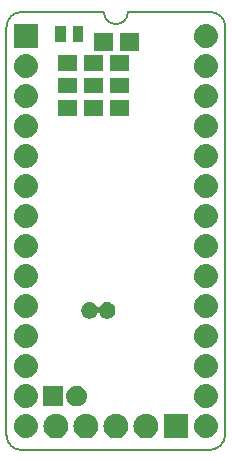
<source format=gbs>
G04 #@! TF.GenerationSoftware,KiCad,Pcbnew,5.0.1-33cea8e~68~ubuntu16.04.1*
G04 #@! TF.CreationDate,2018-11-17T04:31:05+03:00*
G04 #@! TF.ProjectId,ayx,6179782E6B696361645F706362000000,rev?*
G04 #@! TF.SameCoordinates,Original*
G04 #@! TF.FileFunction,Soldermask,Bot*
G04 #@! TF.FilePolarity,Negative*
%FSLAX46Y46*%
G04 Gerber Fmt 4.6, Leading zero omitted, Abs format (unit mm)*
G04 Created by KiCad (PCBNEW 5.0.1-33cea8e~68~ubuntu16.04.1) date Сб 17 ноя 2018 04:31:05*
%MOMM*%
%LPD*%
G01*
G04 APERTURE LIST*
%ADD10C,0.150000*%
%ADD11C,0.100000*%
G04 APERTURE END LIST*
D10*
X146939000Y-84328000D02*
G75*
G03X148971000Y-84328000I1016000J0D01*
G01*
X146939000Y-84328000D02*
X139954000Y-84328000D01*
X155829000Y-121417761D02*
G75*
G03X157226000Y-120142000I0J1402761D01*
G01*
X138684000Y-120142000D02*
G75*
G03X139954000Y-121412000I1270000J0D01*
G01*
X157226000Y-85598000D02*
G75*
G03X155956000Y-84328000I-1270000J0D01*
G01*
X139954000Y-84328000D02*
G75*
G03X138684000Y-85598000I0J-1270000D01*
G01*
X138684000Y-120142000D02*
X138684000Y-85598000D01*
X155829000Y-121412000D02*
X139954000Y-121412000D01*
X157226000Y-85598000D02*
X157226000Y-120142000D01*
X148971000Y-84328000D02*
X155956000Y-84328000D01*
D11*
G36*
X148083707Y-118337596D02*
X148160836Y-118345193D01*
X148292787Y-118385220D01*
X148358763Y-118405233D01*
X148541172Y-118502733D01*
X148701054Y-118633946D01*
X148832267Y-118793828D01*
X148929767Y-118976237D01*
X148949780Y-119042213D01*
X148989807Y-119174164D01*
X149010080Y-119380000D01*
X148989807Y-119585836D01*
X148949780Y-119717787D01*
X148929767Y-119783763D01*
X148832267Y-119966172D01*
X148701054Y-120126054D01*
X148541172Y-120257267D01*
X148358763Y-120354767D01*
X148323281Y-120365530D01*
X148160836Y-120414807D01*
X148083707Y-120422404D01*
X148006580Y-120430000D01*
X147903420Y-120430000D01*
X147826293Y-120422404D01*
X147749164Y-120414807D01*
X147586719Y-120365530D01*
X147551237Y-120354767D01*
X147368828Y-120257267D01*
X147208946Y-120126054D01*
X147077733Y-119966172D01*
X146980233Y-119783763D01*
X146960220Y-119717787D01*
X146920193Y-119585836D01*
X146899920Y-119380000D01*
X146920193Y-119174164D01*
X146960220Y-119042213D01*
X146980233Y-118976237D01*
X147077733Y-118793828D01*
X147208946Y-118633946D01*
X147368828Y-118502733D01*
X147551237Y-118405233D01*
X147617213Y-118385220D01*
X147749164Y-118345193D01*
X147826293Y-118337596D01*
X147903420Y-118330000D01*
X148006580Y-118330000D01*
X148083707Y-118337596D01*
X148083707Y-118337596D01*
G37*
G36*
X150623707Y-118337596D02*
X150700836Y-118345193D01*
X150832787Y-118385220D01*
X150898763Y-118405233D01*
X151081172Y-118502733D01*
X151241054Y-118633946D01*
X151372267Y-118793828D01*
X151469767Y-118976237D01*
X151489780Y-119042213D01*
X151529807Y-119174164D01*
X151550080Y-119380000D01*
X151529807Y-119585836D01*
X151489780Y-119717787D01*
X151469767Y-119783763D01*
X151372267Y-119966172D01*
X151241054Y-120126054D01*
X151081172Y-120257267D01*
X150898763Y-120354767D01*
X150863281Y-120365530D01*
X150700836Y-120414807D01*
X150623707Y-120422404D01*
X150546580Y-120430000D01*
X150443420Y-120430000D01*
X150366293Y-120422404D01*
X150289164Y-120414807D01*
X150126719Y-120365530D01*
X150091237Y-120354767D01*
X149908828Y-120257267D01*
X149748946Y-120126054D01*
X149617733Y-119966172D01*
X149520233Y-119783763D01*
X149500220Y-119717787D01*
X149460193Y-119585836D01*
X149439920Y-119380000D01*
X149460193Y-119174164D01*
X149500220Y-119042213D01*
X149520233Y-118976237D01*
X149617733Y-118793828D01*
X149748946Y-118633946D01*
X149908828Y-118502733D01*
X150091237Y-118405233D01*
X150157213Y-118385220D01*
X150289164Y-118345193D01*
X150366293Y-118337596D01*
X150443420Y-118330000D01*
X150546580Y-118330000D01*
X150623707Y-118337596D01*
X150623707Y-118337596D01*
G37*
G36*
X154085000Y-120430000D02*
X151985000Y-120430000D01*
X151985000Y-118330000D01*
X154085000Y-118330000D01*
X154085000Y-120430000D01*
X154085000Y-120430000D01*
G37*
G36*
X145543707Y-118337596D02*
X145620836Y-118345193D01*
X145752787Y-118385220D01*
X145818763Y-118405233D01*
X146001172Y-118502733D01*
X146161054Y-118633946D01*
X146292267Y-118793828D01*
X146389767Y-118976237D01*
X146409780Y-119042213D01*
X146449807Y-119174164D01*
X146470080Y-119380000D01*
X146449807Y-119585836D01*
X146409780Y-119717787D01*
X146389767Y-119783763D01*
X146292267Y-119966172D01*
X146161054Y-120126054D01*
X146001172Y-120257267D01*
X145818763Y-120354767D01*
X145783281Y-120365530D01*
X145620836Y-120414807D01*
X145543707Y-120422404D01*
X145466580Y-120430000D01*
X145363420Y-120430000D01*
X145286293Y-120422404D01*
X145209164Y-120414807D01*
X145046719Y-120365530D01*
X145011237Y-120354767D01*
X144828828Y-120257267D01*
X144668946Y-120126054D01*
X144537733Y-119966172D01*
X144440233Y-119783763D01*
X144420220Y-119717787D01*
X144380193Y-119585836D01*
X144359920Y-119380000D01*
X144380193Y-119174164D01*
X144420220Y-119042213D01*
X144440233Y-118976237D01*
X144537733Y-118793828D01*
X144668946Y-118633946D01*
X144828828Y-118502733D01*
X145011237Y-118405233D01*
X145077213Y-118385220D01*
X145209164Y-118345193D01*
X145286293Y-118337596D01*
X145363420Y-118330000D01*
X145466580Y-118330000D01*
X145543707Y-118337596D01*
X145543707Y-118337596D01*
G37*
G36*
X143003707Y-118337596D02*
X143080836Y-118345193D01*
X143212787Y-118385220D01*
X143278763Y-118405233D01*
X143461172Y-118502733D01*
X143621054Y-118633946D01*
X143752267Y-118793828D01*
X143849767Y-118976237D01*
X143869780Y-119042213D01*
X143909807Y-119174164D01*
X143930080Y-119380000D01*
X143909807Y-119585836D01*
X143869780Y-119717787D01*
X143849767Y-119783763D01*
X143752267Y-119966172D01*
X143621054Y-120126054D01*
X143461172Y-120257267D01*
X143278763Y-120354767D01*
X143243281Y-120365530D01*
X143080836Y-120414807D01*
X143003707Y-120422404D01*
X142926580Y-120430000D01*
X142823420Y-120430000D01*
X142746293Y-120422404D01*
X142669164Y-120414807D01*
X142506719Y-120365530D01*
X142471237Y-120354767D01*
X142288828Y-120257267D01*
X142128946Y-120126054D01*
X141997733Y-119966172D01*
X141900233Y-119783763D01*
X141880220Y-119717787D01*
X141840193Y-119585836D01*
X141819920Y-119380000D01*
X141840193Y-119174164D01*
X141880220Y-119042213D01*
X141900233Y-118976237D01*
X141997733Y-118793828D01*
X142128946Y-118633946D01*
X142288828Y-118502733D01*
X142471237Y-118405233D01*
X142537213Y-118385220D01*
X142669164Y-118345193D01*
X142746293Y-118337596D01*
X142823420Y-118330000D01*
X142926580Y-118330000D01*
X143003707Y-118337596D01*
X143003707Y-118337596D01*
G37*
G36*
X140531030Y-118394469D02*
X140531033Y-118394470D01*
X140531034Y-118394470D01*
X140719535Y-118451651D01*
X140719537Y-118451652D01*
X140893260Y-118544509D01*
X141045528Y-118669472D01*
X141170491Y-118821740D01*
X141170492Y-118821742D01*
X141263349Y-118995465D01*
X141317557Y-119174166D01*
X141320531Y-119183970D01*
X141339838Y-119380000D01*
X141320531Y-119576030D01*
X141320530Y-119576033D01*
X141320530Y-119576034D01*
X141317557Y-119585836D01*
X141263348Y-119764537D01*
X141170491Y-119938260D01*
X141045528Y-120090528D01*
X140893260Y-120215491D01*
X140893258Y-120215492D01*
X140719535Y-120308349D01*
X140531034Y-120365530D01*
X140531033Y-120365530D01*
X140531030Y-120365531D01*
X140384124Y-120380000D01*
X140285876Y-120380000D01*
X140138970Y-120365531D01*
X140138967Y-120365530D01*
X140138966Y-120365530D01*
X139950465Y-120308349D01*
X139776742Y-120215492D01*
X139776740Y-120215491D01*
X139624472Y-120090528D01*
X139499509Y-119938260D01*
X139406652Y-119764537D01*
X139352444Y-119585836D01*
X139349470Y-119576034D01*
X139349470Y-119576033D01*
X139349469Y-119576030D01*
X139330162Y-119380000D01*
X139349469Y-119183970D01*
X139352443Y-119174166D01*
X139406651Y-118995465D01*
X139499508Y-118821742D01*
X139499509Y-118821740D01*
X139624472Y-118669472D01*
X139776740Y-118544509D01*
X139950463Y-118451652D01*
X139950465Y-118451651D01*
X140138966Y-118394470D01*
X140138967Y-118394470D01*
X140138970Y-118394469D01*
X140285876Y-118380000D01*
X140384124Y-118380000D01*
X140531030Y-118394469D01*
X140531030Y-118394469D01*
G37*
G36*
X155771030Y-118394469D02*
X155771033Y-118394470D01*
X155771034Y-118394470D01*
X155959535Y-118451651D01*
X155959537Y-118451652D01*
X156133260Y-118544509D01*
X156285528Y-118669472D01*
X156410491Y-118821740D01*
X156410492Y-118821742D01*
X156503349Y-118995465D01*
X156557557Y-119174166D01*
X156560531Y-119183970D01*
X156579838Y-119380000D01*
X156560531Y-119576030D01*
X156560530Y-119576033D01*
X156560530Y-119576034D01*
X156557557Y-119585836D01*
X156503348Y-119764537D01*
X156410491Y-119938260D01*
X156285528Y-120090528D01*
X156133260Y-120215491D01*
X156133258Y-120215492D01*
X155959535Y-120308349D01*
X155771034Y-120365530D01*
X155771033Y-120365530D01*
X155771030Y-120365531D01*
X155624124Y-120380000D01*
X155525876Y-120380000D01*
X155378970Y-120365531D01*
X155378967Y-120365530D01*
X155378966Y-120365530D01*
X155190465Y-120308349D01*
X155016742Y-120215492D01*
X155016740Y-120215491D01*
X154864472Y-120090528D01*
X154739509Y-119938260D01*
X154646652Y-119764537D01*
X154592444Y-119585836D01*
X154589470Y-119576034D01*
X154589470Y-119576033D01*
X154589469Y-119576030D01*
X154570162Y-119380000D01*
X154589469Y-119183970D01*
X154592443Y-119174166D01*
X154646651Y-118995465D01*
X154739508Y-118821742D01*
X154739509Y-118821740D01*
X154864472Y-118669472D01*
X155016740Y-118544509D01*
X155190463Y-118451652D01*
X155190465Y-118451651D01*
X155378966Y-118394470D01*
X155378967Y-118394470D01*
X155378970Y-118394469D01*
X155525876Y-118380000D01*
X155624124Y-118380000D01*
X155771030Y-118394469D01*
X155771030Y-118394469D01*
G37*
G36*
X140531030Y-115854469D02*
X140531033Y-115854470D01*
X140531034Y-115854470D01*
X140719535Y-115911651D01*
X140719537Y-115911652D01*
X140893260Y-116004509D01*
X141045528Y-116129472D01*
X141170491Y-116281740D01*
X141170492Y-116281742D01*
X141263349Y-116455465D01*
X141277930Y-116503532D01*
X141320531Y-116643970D01*
X141339838Y-116840000D01*
X141320531Y-117036030D01*
X141263349Y-117224535D01*
X141170491Y-117398260D01*
X141045528Y-117550528D01*
X140893260Y-117675491D01*
X140893258Y-117675492D01*
X140719535Y-117768349D01*
X140531034Y-117825530D01*
X140531033Y-117825530D01*
X140531030Y-117825531D01*
X140384124Y-117840000D01*
X140285876Y-117840000D01*
X140138970Y-117825531D01*
X140138967Y-117825530D01*
X140138966Y-117825530D01*
X139950465Y-117768349D01*
X139776742Y-117675492D01*
X139776740Y-117675491D01*
X139624472Y-117550528D01*
X139499509Y-117398260D01*
X139406651Y-117224535D01*
X139349469Y-117036030D01*
X139330162Y-116840000D01*
X139349469Y-116643970D01*
X139392070Y-116503532D01*
X139406651Y-116455465D01*
X139499508Y-116281742D01*
X139499509Y-116281740D01*
X139624472Y-116129472D01*
X139776740Y-116004509D01*
X139950463Y-115911652D01*
X139950465Y-115911651D01*
X140138966Y-115854470D01*
X140138967Y-115854470D01*
X140138970Y-115854469D01*
X140285876Y-115840000D01*
X140384124Y-115840000D01*
X140531030Y-115854469D01*
X140531030Y-115854469D01*
G37*
G36*
X155771030Y-115854469D02*
X155771033Y-115854470D01*
X155771034Y-115854470D01*
X155959535Y-115911651D01*
X155959537Y-115911652D01*
X156133260Y-116004509D01*
X156285528Y-116129472D01*
X156410491Y-116281740D01*
X156410492Y-116281742D01*
X156503349Y-116455465D01*
X156517930Y-116503532D01*
X156560531Y-116643970D01*
X156579838Y-116840000D01*
X156560531Y-117036030D01*
X156503349Y-117224535D01*
X156410491Y-117398260D01*
X156285528Y-117550528D01*
X156133260Y-117675491D01*
X156133258Y-117675492D01*
X155959535Y-117768349D01*
X155771034Y-117825530D01*
X155771033Y-117825530D01*
X155771030Y-117825531D01*
X155624124Y-117840000D01*
X155525876Y-117840000D01*
X155378970Y-117825531D01*
X155378967Y-117825530D01*
X155378966Y-117825530D01*
X155190465Y-117768349D01*
X155016742Y-117675492D01*
X155016740Y-117675491D01*
X154864472Y-117550528D01*
X154739509Y-117398260D01*
X154646651Y-117224535D01*
X154589469Y-117036030D01*
X154570162Y-116840000D01*
X154589469Y-116643970D01*
X154632070Y-116503532D01*
X154646651Y-116455465D01*
X154739508Y-116281742D01*
X154739509Y-116281740D01*
X154864472Y-116129472D01*
X155016740Y-116004509D01*
X155190463Y-115911652D01*
X155190465Y-115911651D01*
X155378966Y-115854470D01*
X155378967Y-115854470D01*
X155378970Y-115854469D01*
X155525876Y-115840000D01*
X155624124Y-115840000D01*
X155771030Y-115854469D01*
X155771030Y-115854469D01*
G37*
G36*
X143502600Y-116790880D02*
X143505002Y-116815266D01*
X143512115Y-116838715D01*
X143513082Y-116840524D01*
X143507982Y-116852835D01*
X143502600Y-116889120D01*
X143502600Y-117715000D01*
X141752600Y-117715000D01*
X141752600Y-115965000D01*
X143502600Y-115965000D01*
X143502600Y-116790880D01*
X143502600Y-116790880D01*
G37*
G36*
X144713429Y-115969220D02*
X144799130Y-115977661D01*
X144887635Y-116004509D01*
X144964069Y-116027695D01*
X145014737Y-116054778D01*
X145116076Y-116108944D01*
X145249312Y-116218288D01*
X145358656Y-116351524D01*
X145412822Y-116452863D01*
X145439905Y-116503531D01*
X145439905Y-116503532D01*
X145489939Y-116668470D01*
X145506833Y-116840000D01*
X145489939Y-117011530D01*
X145456583Y-117121489D01*
X145439905Y-117176469D01*
X145414213Y-117224535D01*
X145358656Y-117328476D01*
X145249312Y-117461712D01*
X145116076Y-117571056D01*
X145014737Y-117625222D01*
X144964069Y-117652305D01*
X144909089Y-117668983D01*
X144799130Y-117702339D01*
X144713429Y-117710780D01*
X144670580Y-117715000D01*
X144584620Y-117715000D01*
X144541771Y-117710780D01*
X144456070Y-117702339D01*
X144346111Y-117668983D01*
X144291131Y-117652305D01*
X144240463Y-117625222D01*
X144139124Y-117571056D01*
X144005888Y-117461712D01*
X143896544Y-117328476D01*
X143840987Y-117224535D01*
X143815295Y-117176469D01*
X143798617Y-117121489D01*
X143765261Y-117011530D01*
X143751998Y-116876868D01*
X143747217Y-116852834D01*
X143742118Y-116840524D01*
X143743085Y-116838715D01*
X143751998Y-116803132D01*
X143765261Y-116668472D01*
X143765261Y-116668470D01*
X143815295Y-116503532D01*
X143815295Y-116503531D01*
X143842378Y-116452863D01*
X143896544Y-116351524D01*
X144005888Y-116218288D01*
X144139124Y-116108944D01*
X144240463Y-116054778D01*
X144291131Y-116027695D01*
X144367565Y-116004509D01*
X144456070Y-115977661D01*
X144541771Y-115969220D01*
X144584620Y-115965000D01*
X144670580Y-115965000D01*
X144713429Y-115969220D01*
X144713429Y-115969220D01*
G37*
G36*
X155771030Y-113314469D02*
X155771033Y-113314470D01*
X155771034Y-113314470D01*
X155959535Y-113371651D01*
X155959537Y-113371652D01*
X156133260Y-113464509D01*
X156285528Y-113589472D01*
X156410491Y-113741740D01*
X156503348Y-113915463D01*
X156560531Y-114103970D01*
X156579838Y-114300000D01*
X156560531Y-114496030D01*
X156503348Y-114684537D01*
X156410491Y-114858260D01*
X156285528Y-115010528D01*
X156133260Y-115135491D01*
X156133258Y-115135492D01*
X155959535Y-115228349D01*
X155771034Y-115285530D01*
X155771033Y-115285530D01*
X155771030Y-115285531D01*
X155624124Y-115300000D01*
X155525876Y-115300000D01*
X155378970Y-115285531D01*
X155378967Y-115285530D01*
X155378966Y-115285530D01*
X155190465Y-115228349D01*
X155016742Y-115135492D01*
X155016740Y-115135491D01*
X154864472Y-115010528D01*
X154739509Y-114858260D01*
X154646652Y-114684537D01*
X154589469Y-114496030D01*
X154570162Y-114300000D01*
X154589469Y-114103970D01*
X154646652Y-113915463D01*
X154739509Y-113741740D01*
X154864472Y-113589472D01*
X155016740Y-113464509D01*
X155190463Y-113371652D01*
X155190465Y-113371651D01*
X155378966Y-113314470D01*
X155378967Y-113314470D01*
X155378970Y-113314469D01*
X155525876Y-113300000D01*
X155624124Y-113300000D01*
X155771030Y-113314469D01*
X155771030Y-113314469D01*
G37*
G36*
X140531030Y-113314469D02*
X140531033Y-113314470D01*
X140531034Y-113314470D01*
X140719535Y-113371651D01*
X140719537Y-113371652D01*
X140893260Y-113464509D01*
X141045528Y-113589472D01*
X141170491Y-113741740D01*
X141263348Y-113915463D01*
X141320531Y-114103970D01*
X141339838Y-114300000D01*
X141320531Y-114496030D01*
X141263348Y-114684537D01*
X141170491Y-114858260D01*
X141045528Y-115010528D01*
X140893260Y-115135491D01*
X140893258Y-115135492D01*
X140719535Y-115228349D01*
X140531034Y-115285530D01*
X140531033Y-115285530D01*
X140531030Y-115285531D01*
X140384124Y-115300000D01*
X140285876Y-115300000D01*
X140138970Y-115285531D01*
X140138967Y-115285530D01*
X140138966Y-115285530D01*
X139950465Y-115228349D01*
X139776742Y-115135492D01*
X139776740Y-115135491D01*
X139624472Y-115010528D01*
X139499509Y-114858260D01*
X139406652Y-114684537D01*
X139349469Y-114496030D01*
X139330162Y-114300000D01*
X139349469Y-114103970D01*
X139406652Y-113915463D01*
X139499509Y-113741740D01*
X139624472Y-113589472D01*
X139776740Y-113464509D01*
X139950463Y-113371652D01*
X139950465Y-113371651D01*
X140138966Y-113314470D01*
X140138967Y-113314470D01*
X140138970Y-113314469D01*
X140285876Y-113300000D01*
X140384124Y-113300000D01*
X140531030Y-113314469D01*
X140531030Y-113314469D01*
G37*
G36*
X140531030Y-110774469D02*
X140531033Y-110774470D01*
X140531034Y-110774470D01*
X140719535Y-110831651D01*
X140719537Y-110831652D01*
X140893260Y-110924509D01*
X141045528Y-111049472D01*
X141170491Y-111201740D01*
X141263348Y-111375463D01*
X141320531Y-111563970D01*
X141339838Y-111760000D01*
X141320531Y-111956030D01*
X141263348Y-112144537D01*
X141170491Y-112318260D01*
X141045528Y-112470528D01*
X140893260Y-112595491D01*
X140893258Y-112595492D01*
X140719535Y-112688349D01*
X140531034Y-112745530D01*
X140531033Y-112745530D01*
X140531030Y-112745531D01*
X140384124Y-112760000D01*
X140285876Y-112760000D01*
X140138970Y-112745531D01*
X140138967Y-112745530D01*
X140138966Y-112745530D01*
X139950465Y-112688349D01*
X139776742Y-112595492D01*
X139776740Y-112595491D01*
X139624472Y-112470528D01*
X139499509Y-112318260D01*
X139406652Y-112144537D01*
X139349469Y-111956030D01*
X139330162Y-111760000D01*
X139349469Y-111563970D01*
X139406652Y-111375463D01*
X139499509Y-111201740D01*
X139624472Y-111049472D01*
X139776740Y-110924509D01*
X139950463Y-110831652D01*
X139950465Y-110831651D01*
X140138966Y-110774470D01*
X140138967Y-110774470D01*
X140138970Y-110774469D01*
X140285876Y-110760000D01*
X140384124Y-110760000D01*
X140531030Y-110774469D01*
X140531030Y-110774469D01*
G37*
G36*
X155771030Y-110774469D02*
X155771033Y-110774470D01*
X155771034Y-110774470D01*
X155959535Y-110831651D01*
X155959537Y-110831652D01*
X156133260Y-110924509D01*
X156285528Y-111049472D01*
X156410491Y-111201740D01*
X156503348Y-111375463D01*
X156560531Y-111563970D01*
X156579838Y-111760000D01*
X156560531Y-111956030D01*
X156503348Y-112144537D01*
X156410491Y-112318260D01*
X156285528Y-112470528D01*
X156133260Y-112595491D01*
X156133258Y-112595492D01*
X155959535Y-112688349D01*
X155771034Y-112745530D01*
X155771033Y-112745530D01*
X155771030Y-112745531D01*
X155624124Y-112760000D01*
X155525876Y-112760000D01*
X155378970Y-112745531D01*
X155378967Y-112745530D01*
X155378966Y-112745530D01*
X155190465Y-112688349D01*
X155016742Y-112595492D01*
X155016740Y-112595491D01*
X154864472Y-112470528D01*
X154739509Y-112318260D01*
X154646652Y-112144537D01*
X154589469Y-111956030D01*
X154570162Y-111760000D01*
X154589469Y-111563970D01*
X154646652Y-111375463D01*
X154739509Y-111201740D01*
X154864472Y-111049472D01*
X155016740Y-110924509D01*
X155190463Y-110831652D01*
X155190465Y-110831651D01*
X155378966Y-110774470D01*
X155378967Y-110774470D01*
X155378970Y-110774469D01*
X155525876Y-110760000D01*
X155624124Y-110760000D01*
X155771030Y-110774469D01*
X155771030Y-110774469D01*
G37*
G36*
X145922583Y-108902500D02*
X146049974Y-108955268D01*
X146152795Y-109023970D01*
X146164625Y-109031875D01*
X146262125Y-109129375D01*
X146338731Y-109244024D01*
X146352915Y-109278266D01*
X146364466Y-109299876D01*
X146380012Y-109318818D01*
X146398954Y-109334364D01*
X146420565Y-109345915D01*
X146444014Y-109353028D01*
X146468400Y-109355430D01*
X146492786Y-109353028D01*
X146516236Y-109345915D01*
X146537846Y-109334364D01*
X146556788Y-109318818D01*
X146572334Y-109299876D01*
X146583885Y-109278266D01*
X146598069Y-109244024D01*
X146674675Y-109129375D01*
X146772175Y-109031875D01*
X146784006Y-109023970D01*
X146886826Y-108955268D01*
X147014217Y-108902500D01*
X147149455Y-108875600D01*
X147287345Y-108875600D01*
X147422583Y-108902500D01*
X147549974Y-108955268D01*
X147652795Y-109023970D01*
X147664625Y-109031875D01*
X147762125Y-109129375D01*
X147838732Y-109244026D01*
X147891500Y-109371417D01*
X147918400Y-109506655D01*
X147918400Y-109644545D01*
X147891500Y-109779783D01*
X147869712Y-109832382D01*
X147838732Y-109907174D01*
X147762126Y-110021824D01*
X147664624Y-110119326D01*
X147549974Y-110195932D01*
X147422583Y-110248700D01*
X147287345Y-110275600D01*
X147149455Y-110275600D01*
X147014217Y-110248700D01*
X146886826Y-110195932D01*
X146772176Y-110119326D01*
X146674674Y-110021824D01*
X146636631Y-109964888D01*
X146598069Y-109907176D01*
X146583885Y-109872934D01*
X146572334Y-109851324D01*
X146556788Y-109832382D01*
X146537846Y-109816836D01*
X146516235Y-109805285D01*
X146492786Y-109798172D01*
X146468400Y-109795770D01*
X146444014Y-109798172D01*
X146420564Y-109805285D01*
X146398954Y-109816836D01*
X146380012Y-109832382D01*
X146364466Y-109851324D01*
X146352915Y-109872934D01*
X146338731Y-109907176D01*
X146300169Y-109964888D01*
X146262126Y-110021824D01*
X146164624Y-110119326D01*
X146049974Y-110195932D01*
X145922583Y-110248700D01*
X145787345Y-110275600D01*
X145649455Y-110275600D01*
X145514217Y-110248700D01*
X145386826Y-110195932D01*
X145272176Y-110119326D01*
X145174674Y-110021824D01*
X145098068Y-109907174D01*
X145067088Y-109832382D01*
X145045300Y-109779783D01*
X145018400Y-109644545D01*
X145018400Y-109506655D01*
X145045300Y-109371417D01*
X145098068Y-109244026D01*
X145174675Y-109129375D01*
X145272175Y-109031875D01*
X145284006Y-109023970D01*
X145386826Y-108955268D01*
X145514217Y-108902500D01*
X145649455Y-108875600D01*
X145787345Y-108875600D01*
X145922583Y-108902500D01*
X145922583Y-108902500D01*
G37*
G36*
X155771030Y-108234469D02*
X155771033Y-108234470D01*
X155771034Y-108234470D01*
X155959535Y-108291651D01*
X155959537Y-108291652D01*
X156133260Y-108384509D01*
X156285528Y-108509472D01*
X156410491Y-108661740D01*
X156410492Y-108661742D01*
X156503349Y-108835465D01*
X156560530Y-109023966D01*
X156560531Y-109023970D01*
X156579838Y-109220000D01*
X156560531Y-109416030D01*
X156503348Y-109604537D01*
X156410491Y-109778260D01*
X156285528Y-109930528D01*
X156133260Y-110055491D01*
X156133258Y-110055492D01*
X155959535Y-110148349D01*
X155771034Y-110205530D01*
X155771033Y-110205530D01*
X155771030Y-110205531D01*
X155624124Y-110220000D01*
X155525876Y-110220000D01*
X155378970Y-110205531D01*
X155378967Y-110205530D01*
X155378966Y-110205530D01*
X155190465Y-110148349D01*
X155016742Y-110055492D01*
X155016740Y-110055491D01*
X154864472Y-109930528D01*
X154739509Y-109778260D01*
X154646652Y-109604537D01*
X154589469Y-109416030D01*
X154570162Y-109220000D01*
X154589469Y-109023970D01*
X154589470Y-109023966D01*
X154646651Y-108835465D01*
X154739508Y-108661742D01*
X154739509Y-108661740D01*
X154864472Y-108509472D01*
X155016740Y-108384509D01*
X155190463Y-108291652D01*
X155190465Y-108291651D01*
X155378966Y-108234470D01*
X155378967Y-108234470D01*
X155378970Y-108234469D01*
X155525876Y-108220000D01*
X155624124Y-108220000D01*
X155771030Y-108234469D01*
X155771030Y-108234469D01*
G37*
G36*
X140531030Y-108234469D02*
X140531033Y-108234470D01*
X140531034Y-108234470D01*
X140719535Y-108291651D01*
X140719537Y-108291652D01*
X140893260Y-108384509D01*
X141045528Y-108509472D01*
X141170491Y-108661740D01*
X141170492Y-108661742D01*
X141263349Y-108835465D01*
X141320530Y-109023966D01*
X141320531Y-109023970D01*
X141339838Y-109220000D01*
X141320531Y-109416030D01*
X141263348Y-109604537D01*
X141170491Y-109778260D01*
X141045528Y-109930528D01*
X140893260Y-110055491D01*
X140893258Y-110055492D01*
X140719535Y-110148349D01*
X140531034Y-110205530D01*
X140531033Y-110205530D01*
X140531030Y-110205531D01*
X140384124Y-110220000D01*
X140285876Y-110220000D01*
X140138970Y-110205531D01*
X140138967Y-110205530D01*
X140138966Y-110205530D01*
X139950465Y-110148349D01*
X139776742Y-110055492D01*
X139776740Y-110055491D01*
X139624472Y-109930528D01*
X139499509Y-109778260D01*
X139406652Y-109604537D01*
X139349469Y-109416030D01*
X139330162Y-109220000D01*
X139349469Y-109023970D01*
X139349470Y-109023966D01*
X139406651Y-108835465D01*
X139499508Y-108661742D01*
X139499509Y-108661740D01*
X139624472Y-108509472D01*
X139776740Y-108384509D01*
X139950463Y-108291652D01*
X139950465Y-108291651D01*
X140138966Y-108234470D01*
X140138967Y-108234470D01*
X140138970Y-108234469D01*
X140285876Y-108220000D01*
X140384124Y-108220000D01*
X140531030Y-108234469D01*
X140531030Y-108234469D01*
G37*
G36*
X155771030Y-105694469D02*
X155771033Y-105694470D01*
X155771034Y-105694470D01*
X155959535Y-105751651D01*
X155959537Y-105751652D01*
X156133260Y-105844509D01*
X156285528Y-105969472D01*
X156410491Y-106121740D01*
X156503348Y-106295463D01*
X156560531Y-106483970D01*
X156579838Y-106680000D01*
X156560531Y-106876030D01*
X156503348Y-107064537D01*
X156410491Y-107238260D01*
X156285528Y-107390528D01*
X156133260Y-107515491D01*
X156133258Y-107515492D01*
X155959535Y-107608349D01*
X155771034Y-107665530D01*
X155771033Y-107665530D01*
X155771030Y-107665531D01*
X155624124Y-107680000D01*
X155525876Y-107680000D01*
X155378970Y-107665531D01*
X155378967Y-107665530D01*
X155378966Y-107665530D01*
X155190465Y-107608349D01*
X155016742Y-107515492D01*
X155016740Y-107515491D01*
X154864472Y-107390528D01*
X154739509Y-107238260D01*
X154646652Y-107064537D01*
X154589469Y-106876030D01*
X154570162Y-106680000D01*
X154589469Y-106483970D01*
X154646652Y-106295463D01*
X154739509Y-106121740D01*
X154864472Y-105969472D01*
X155016740Y-105844509D01*
X155190463Y-105751652D01*
X155190465Y-105751651D01*
X155378966Y-105694470D01*
X155378967Y-105694470D01*
X155378970Y-105694469D01*
X155525876Y-105680000D01*
X155624124Y-105680000D01*
X155771030Y-105694469D01*
X155771030Y-105694469D01*
G37*
G36*
X140531030Y-105694469D02*
X140531033Y-105694470D01*
X140531034Y-105694470D01*
X140719535Y-105751651D01*
X140719537Y-105751652D01*
X140893260Y-105844509D01*
X141045528Y-105969472D01*
X141170491Y-106121740D01*
X141263348Y-106295463D01*
X141320531Y-106483970D01*
X141339838Y-106680000D01*
X141320531Y-106876030D01*
X141263348Y-107064537D01*
X141170491Y-107238260D01*
X141045528Y-107390528D01*
X140893260Y-107515491D01*
X140893258Y-107515492D01*
X140719535Y-107608349D01*
X140531034Y-107665530D01*
X140531033Y-107665530D01*
X140531030Y-107665531D01*
X140384124Y-107680000D01*
X140285876Y-107680000D01*
X140138970Y-107665531D01*
X140138967Y-107665530D01*
X140138966Y-107665530D01*
X139950465Y-107608349D01*
X139776742Y-107515492D01*
X139776740Y-107515491D01*
X139624472Y-107390528D01*
X139499509Y-107238260D01*
X139406652Y-107064537D01*
X139349469Y-106876030D01*
X139330162Y-106680000D01*
X139349469Y-106483970D01*
X139406652Y-106295463D01*
X139499509Y-106121740D01*
X139624472Y-105969472D01*
X139776740Y-105844509D01*
X139950463Y-105751652D01*
X139950465Y-105751651D01*
X140138966Y-105694470D01*
X140138967Y-105694470D01*
X140138970Y-105694469D01*
X140285876Y-105680000D01*
X140384124Y-105680000D01*
X140531030Y-105694469D01*
X140531030Y-105694469D01*
G37*
G36*
X155771030Y-103154469D02*
X155771033Y-103154470D01*
X155771034Y-103154470D01*
X155959535Y-103211651D01*
X155959537Y-103211652D01*
X156133260Y-103304509D01*
X156285528Y-103429472D01*
X156410491Y-103581740D01*
X156503348Y-103755463D01*
X156560531Y-103943970D01*
X156579838Y-104140000D01*
X156560531Y-104336030D01*
X156503348Y-104524537D01*
X156410491Y-104698260D01*
X156285528Y-104850528D01*
X156133260Y-104975491D01*
X156133258Y-104975492D01*
X155959535Y-105068349D01*
X155771034Y-105125530D01*
X155771033Y-105125530D01*
X155771030Y-105125531D01*
X155624124Y-105140000D01*
X155525876Y-105140000D01*
X155378970Y-105125531D01*
X155378967Y-105125530D01*
X155378966Y-105125530D01*
X155190465Y-105068349D01*
X155016742Y-104975492D01*
X155016740Y-104975491D01*
X154864472Y-104850528D01*
X154739509Y-104698260D01*
X154646652Y-104524537D01*
X154589469Y-104336030D01*
X154570162Y-104140000D01*
X154589469Y-103943970D01*
X154646652Y-103755463D01*
X154739509Y-103581740D01*
X154864472Y-103429472D01*
X155016740Y-103304509D01*
X155190463Y-103211652D01*
X155190465Y-103211651D01*
X155378966Y-103154470D01*
X155378967Y-103154470D01*
X155378970Y-103154469D01*
X155525876Y-103140000D01*
X155624124Y-103140000D01*
X155771030Y-103154469D01*
X155771030Y-103154469D01*
G37*
G36*
X140531030Y-103154469D02*
X140531033Y-103154470D01*
X140531034Y-103154470D01*
X140719535Y-103211651D01*
X140719537Y-103211652D01*
X140893260Y-103304509D01*
X141045528Y-103429472D01*
X141170491Y-103581740D01*
X141263348Y-103755463D01*
X141320531Y-103943970D01*
X141339838Y-104140000D01*
X141320531Y-104336030D01*
X141263348Y-104524537D01*
X141170491Y-104698260D01*
X141045528Y-104850528D01*
X140893260Y-104975491D01*
X140893258Y-104975492D01*
X140719535Y-105068349D01*
X140531034Y-105125530D01*
X140531033Y-105125530D01*
X140531030Y-105125531D01*
X140384124Y-105140000D01*
X140285876Y-105140000D01*
X140138970Y-105125531D01*
X140138967Y-105125530D01*
X140138966Y-105125530D01*
X139950465Y-105068349D01*
X139776742Y-104975492D01*
X139776740Y-104975491D01*
X139624472Y-104850528D01*
X139499509Y-104698260D01*
X139406652Y-104524537D01*
X139349469Y-104336030D01*
X139330162Y-104140000D01*
X139349469Y-103943970D01*
X139406652Y-103755463D01*
X139499509Y-103581740D01*
X139624472Y-103429472D01*
X139776740Y-103304509D01*
X139950463Y-103211652D01*
X139950465Y-103211651D01*
X140138966Y-103154470D01*
X140138967Y-103154470D01*
X140138970Y-103154469D01*
X140285876Y-103140000D01*
X140384124Y-103140000D01*
X140531030Y-103154469D01*
X140531030Y-103154469D01*
G37*
G36*
X140531030Y-100614469D02*
X140531033Y-100614470D01*
X140531034Y-100614470D01*
X140719535Y-100671651D01*
X140719537Y-100671652D01*
X140893260Y-100764509D01*
X141045528Y-100889472D01*
X141170491Y-101041740D01*
X141263348Y-101215463D01*
X141320531Y-101403970D01*
X141339838Y-101600000D01*
X141320531Y-101796030D01*
X141263348Y-101984537D01*
X141170491Y-102158260D01*
X141045528Y-102310528D01*
X140893260Y-102435491D01*
X140893258Y-102435492D01*
X140719535Y-102528349D01*
X140531034Y-102585530D01*
X140531033Y-102585530D01*
X140531030Y-102585531D01*
X140384124Y-102600000D01*
X140285876Y-102600000D01*
X140138970Y-102585531D01*
X140138967Y-102585530D01*
X140138966Y-102585530D01*
X139950465Y-102528349D01*
X139776742Y-102435492D01*
X139776740Y-102435491D01*
X139624472Y-102310528D01*
X139499509Y-102158260D01*
X139406652Y-101984537D01*
X139349469Y-101796030D01*
X139330162Y-101600000D01*
X139349469Y-101403970D01*
X139406652Y-101215463D01*
X139499509Y-101041740D01*
X139624472Y-100889472D01*
X139776740Y-100764509D01*
X139950463Y-100671652D01*
X139950465Y-100671651D01*
X140138966Y-100614470D01*
X140138967Y-100614470D01*
X140138970Y-100614469D01*
X140285876Y-100600000D01*
X140384124Y-100600000D01*
X140531030Y-100614469D01*
X140531030Y-100614469D01*
G37*
G36*
X155771030Y-100614469D02*
X155771033Y-100614470D01*
X155771034Y-100614470D01*
X155959535Y-100671651D01*
X155959537Y-100671652D01*
X156133260Y-100764509D01*
X156285528Y-100889472D01*
X156410491Y-101041740D01*
X156503348Y-101215463D01*
X156560531Y-101403970D01*
X156579838Y-101600000D01*
X156560531Y-101796030D01*
X156503348Y-101984537D01*
X156410491Y-102158260D01*
X156285528Y-102310528D01*
X156133260Y-102435491D01*
X156133258Y-102435492D01*
X155959535Y-102528349D01*
X155771034Y-102585530D01*
X155771033Y-102585530D01*
X155771030Y-102585531D01*
X155624124Y-102600000D01*
X155525876Y-102600000D01*
X155378970Y-102585531D01*
X155378967Y-102585530D01*
X155378966Y-102585530D01*
X155190465Y-102528349D01*
X155016742Y-102435492D01*
X155016740Y-102435491D01*
X154864472Y-102310528D01*
X154739509Y-102158260D01*
X154646652Y-101984537D01*
X154589469Y-101796030D01*
X154570162Y-101600000D01*
X154589469Y-101403970D01*
X154646652Y-101215463D01*
X154739509Y-101041740D01*
X154864472Y-100889472D01*
X155016740Y-100764509D01*
X155190463Y-100671652D01*
X155190465Y-100671651D01*
X155378966Y-100614470D01*
X155378967Y-100614470D01*
X155378970Y-100614469D01*
X155525876Y-100600000D01*
X155624124Y-100600000D01*
X155771030Y-100614469D01*
X155771030Y-100614469D01*
G37*
G36*
X140531030Y-98074469D02*
X140531033Y-98074470D01*
X140531034Y-98074470D01*
X140719535Y-98131651D01*
X140719537Y-98131652D01*
X140893260Y-98224509D01*
X141045528Y-98349472D01*
X141170491Y-98501740D01*
X141263348Y-98675463D01*
X141320531Y-98863970D01*
X141339838Y-99060000D01*
X141320531Y-99256030D01*
X141263348Y-99444537D01*
X141170491Y-99618260D01*
X141045528Y-99770528D01*
X140893260Y-99895491D01*
X140893258Y-99895492D01*
X140719535Y-99988349D01*
X140531034Y-100045530D01*
X140531033Y-100045530D01*
X140531030Y-100045531D01*
X140384124Y-100060000D01*
X140285876Y-100060000D01*
X140138970Y-100045531D01*
X140138967Y-100045530D01*
X140138966Y-100045530D01*
X139950465Y-99988349D01*
X139776742Y-99895492D01*
X139776740Y-99895491D01*
X139624472Y-99770528D01*
X139499509Y-99618260D01*
X139406652Y-99444537D01*
X139349469Y-99256030D01*
X139330162Y-99060000D01*
X139349469Y-98863970D01*
X139406652Y-98675463D01*
X139499509Y-98501740D01*
X139624472Y-98349472D01*
X139776740Y-98224509D01*
X139950463Y-98131652D01*
X139950465Y-98131651D01*
X140138966Y-98074470D01*
X140138967Y-98074470D01*
X140138970Y-98074469D01*
X140285876Y-98060000D01*
X140384124Y-98060000D01*
X140531030Y-98074469D01*
X140531030Y-98074469D01*
G37*
G36*
X155771030Y-98074469D02*
X155771033Y-98074470D01*
X155771034Y-98074470D01*
X155959535Y-98131651D01*
X155959537Y-98131652D01*
X156133260Y-98224509D01*
X156285528Y-98349472D01*
X156410491Y-98501740D01*
X156503348Y-98675463D01*
X156560531Y-98863970D01*
X156579838Y-99060000D01*
X156560531Y-99256030D01*
X156503348Y-99444537D01*
X156410491Y-99618260D01*
X156285528Y-99770528D01*
X156133260Y-99895491D01*
X156133258Y-99895492D01*
X155959535Y-99988349D01*
X155771034Y-100045530D01*
X155771033Y-100045530D01*
X155771030Y-100045531D01*
X155624124Y-100060000D01*
X155525876Y-100060000D01*
X155378970Y-100045531D01*
X155378967Y-100045530D01*
X155378966Y-100045530D01*
X155190465Y-99988349D01*
X155016742Y-99895492D01*
X155016740Y-99895491D01*
X154864472Y-99770528D01*
X154739509Y-99618260D01*
X154646652Y-99444537D01*
X154589469Y-99256030D01*
X154570162Y-99060000D01*
X154589469Y-98863970D01*
X154646652Y-98675463D01*
X154739509Y-98501740D01*
X154864472Y-98349472D01*
X155016740Y-98224509D01*
X155190463Y-98131652D01*
X155190465Y-98131651D01*
X155378966Y-98074470D01*
X155378967Y-98074470D01*
X155378970Y-98074469D01*
X155525876Y-98060000D01*
X155624124Y-98060000D01*
X155771030Y-98074469D01*
X155771030Y-98074469D01*
G37*
G36*
X155771030Y-95534469D02*
X155771033Y-95534470D01*
X155771034Y-95534470D01*
X155959535Y-95591651D01*
X155959537Y-95591652D01*
X156133260Y-95684509D01*
X156285528Y-95809472D01*
X156410491Y-95961740D01*
X156503348Y-96135463D01*
X156560531Y-96323970D01*
X156579838Y-96520000D01*
X156560531Y-96716030D01*
X156503348Y-96904537D01*
X156410491Y-97078260D01*
X156285528Y-97230528D01*
X156133260Y-97355491D01*
X156133258Y-97355492D01*
X155959535Y-97448349D01*
X155771034Y-97505530D01*
X155771033Y-97505530D01*
X155771030Y-97505531D01*
X155624124Y-97520000D01*
X155525876Y-97520000D01*
X155378970Y-97505531D01*
X155378967Y-97505530D01*
X155378966Y-97505530D01*
X155190465Y-97448349D01*
X155016742Y-97355492D01*
X155016740Y-97355491D01*
X154864472Y-97230528D01*
X154739509Y-97078260D01*
X154646652Y-96904537D01*
X154589469Y-96716030D01*
X154570162Y-96520000D01*
X154589469Y-96323970D01*
X154646652Y-96135463D01*
X154739509Y-95961740D01*
X154864472Y-95809472D01*
X155016740Y-95684509D01*
X155190463Y-95591652D01*
X155190465Y-95591651D01*
X155378966Y-95534470D01*
X155378967Y-95534470D01*
X155378970Y-95534469D01*
X155525876Y-95520000D01*
X155624124Y-95520000D01*
X155771030Y-95534469D01*
X155771030Y-95534469D01*
G37*
G36*
X140531030Y-95534469D02*
X140531033Y-95534470D01*
X140531034Y-95534470D01*
X140719535Y-95591651D01*
X140719537Y-95591652D01*
X140893260Y-95684509D01*
X141045528Y-95809472D01*
X141170491Y-95961740D01*
X141263348Y-96135463D01*
X141320531Y-96323970D01*
X141339838Y-96520000D01*
X141320531Y-96716030D01*
X141263348Y-96904537D01*
X141170491Y-97078260D01*
X141045528Y-97230528D01*
X140893260Y-97355491D01*
X140893258Y-97355492D01*
X140719535Y-97448349D01*
X140531034Y-97505530D01*
X140531033Y-97505530D01*
X140531030Y-97505531D01*
X140384124Y-97520000D01*
X140285876Y-97520000D01*
X140138970Y-97505531D01*
X140138967Y-97505530D01*
X140138966Y-97505530D01*
X139950465Y-97448349D01*
X139776742Y-97355492D01*
X139776740Y-97355491D01*
X139624472Y-97230528D01*
X139499509Y-97078260D01*
X139406652Y-96904537D01*
X139349469Y-96716030D01*
X139330162Y-96520000D01*
X139349469Y-96323970D01*
X139406652Y-96135463D01*
X139499509Y-95961740D01*
X139624472Y-95809472D01*
X139776740Y-95684509D01*
X139950463Y-95591652D01*
X139950465Y-95591651D01*
X140138966Y-95534470D01*
X140138967Y-95534470D01*
X140138970Y-95534469D01*
X140285876Y-95520000D01*
X140384124Y-95520000D01*
X140531030Y-95534469D01*
X140531030Y-95534469D01*
G37*
G36*
X155771030Y-92994469D02*
X155771033Y-92994470D01*
X155771034Y-92994470D01*
X155959535Y-93051651D01*
X155959537Y-93051652D01*
X156133260Y-93144509D01*
X156285528Y-93269472D01*
X156410491Y-93421740D01*
X156503348Y-93595463D01*
X156560531Y-93783970D01*
X156579838Y-93980000D01*
X156560531Y-94176030D01*
X156503348Y-94364537D01*
X156410491Y-94538260D01*
X156285528Y-94690528D01*
X156133260Y-94815491D01*
X156133258Y-94815492D01*
X155959535Y-94908349D01*
X155771034Y-94965530D01*
X155771033Y-94965530D01*
X155771030Y-94965531D01*
X155624124Y-94980000D01*
X155525876Y-94980000D01*
X155378970Y-94965531D01*
X155378967Y-94965530D01*
X155378966Y-94965530D01*
X155190465Y-94908349D01*
X155016742Y-94815492D01*
X155016740Y-94815491D01*
X154864472Y-94690528D01*
X154739509Y-94538260D01*
X154646652Y-94364537D01*
X154589469Y-94176030D01*
X154570162Y-93980000D01*
X154589469Y-93783970D01*
X154646652Y-93595463D01*
X154739509Y-93421740D01*
X154864472Y-93269472D01*
X155016740Y-93144509D01*
X155190463Y-93051652D01*
X155190465Y-93051651D01*
X155378966Y-92994470D01*
X155378967Y-92994470D01*
X155378970Y-92994469D01*
X155525876Y-92980000D01*
X155624124Y-92980000D01*
X155771030Y-92994469D01*
X155771030Y-92994469D01*
G37*
G36*
X140531030Y-92994469D02*
X140531033Y-92994470D01*
X140531034Y-92994470D01*
X140719535Y-93051651D01*
X140719537Y-93051652D01*
X140893260Y-93144509D01*
X141045528Y-93269472D01*
X141170491Y-93421740D01*
X141263348Y-93595463D01*
X141320531Y-93783970D01*
X141339838Y-93980000D01*
X141320531Y-94176030D01*
X141263348Y-94364537D01*
X141170491Y-94538260D01*
X141045528Y-94690528D01*
X140893260Y-94815491D01*
X140893258Y-94815492D01*
X140719535Y-94908349D01*
X140531034Y-94965530D01*
X140531033Y-94965530D01*
X140531030Y-94965531D01*
X140384124Y-94980000D01*
X140285876Y-94980000D01*
X140138970Y-94965531D01*
X140138967Y-94965530D01*
X140138966Y-94965530D01*
X139950465Y-94908349D01*
X139776742Y-94815492D01*
X139776740Y-94815491D01*
X139624472Y-94690528D01*
X139499509Y-94538260D01*
X139406652Y-94364537D01*
X139349469Y-94176030D01*
X139330162Y-93980000D01*
X139349469Y-93783970D01*
X139406652Y-93595463D01*
X139499509Y-93421740D01*
X139624472Y-93269472D01*
X139776740Y-93144509D01*
X139950463Y-93051652D01*
X139950465Y-93051651D01*
X140138966Y-92994470D01*
X140138967Y-92994470D01*
X140138970Y-92994469D01*
X140285876Y-92980000D01*
X140384124Y-92980000D01*
X140531030Y-92994469D01*
X140531030Y-92994469D01*
G37*
G36*
X149050000Y-93106000D02*
X147450000Y-93106000D01*
X147450000Y-91806000D01*
X149050000Y-91806000D01*
X149050000Y-93106000D01*
X149050000Y-93106000D01*
G37*
G36*
X144650000Y-93106000D02*
X143050000Y-93106000D01*
X143050000Y-91806000D01*
X144650000Y-91806000D01*
X144650000Y-93106000D01*
X144650000Y-93106000D01*
G37*
G36*
X146850000Y-93106000D02*
X145250000Y-93106000D01*
X145250000Y-91806000D01*
X146850000Y-91806000D01*
X146850000Y-93106000D01*
X146850000Y-93106000D01*
G37*
G36*
X155771030Y-90454469D02*
X155771033Y-90454470D01*
X155771034Y-90454470D01*
X155959535Y-90511651D01*
X155959537Y-90511652D01*
X156133260Y-90604509D01*
X156285528Y-90729472D01*
X156410491Y-90881740D01*
X156503348Y-91055463D01*
X156560531Y-91243970D01*
X156579838Y-91440000D01*
X156560531Y-91636030D01*
X156560530Y-91636033D01*
X156560530Y-91636034D01*
X156508972Y-91806000D01*
X156503348Y-91824537D01*
X156410491Y-91998260D01*
X156285528Y-92150528D01*
X156133260Y-92275491D01*
X156133258Y-92275492D01*
X155959535Y-92368349D01*
X155771034Y-92425530D01*
X155771033Y-92425530D01*
X155771030Y-92425531D01*
X155624124Y-92440000D01*
X155525876Y-92440000D01*
X155378970Y-92425531D01*
X155378967Y-92425530D01*
X155378966Y-92425530D01*
X155190465Y-92368349D01*
X155016742Y-92275492D01*
X155016740Y-92275491D01*
X154864472Y-92150528D01*
X154739509Y-91998260D01*
X154646652Y-91824537D01*
X154641029Y-91806000D01*
X154589470Y-91636034D01*
X154589470Y-91636033D01*
X154589469Y-91636030D01*
X154570162Y-91440000D01*
X154589469Y-91243970D01*
X154646652Y-91055463D01*
X154739509Y-90881740D01*
X154864472Y-90729472D01*
X155016740Y-90604509D01*
X155190463Y-90511652D01*
X155190465Y-90511651D01*
X155378966Y-90454470D01*
X155378967Y-90454470D01*
X155378970Y-90454469D01*
X155525876Y-90440000D01*
X155624124Y-90440000D01*
X155771030Y-90454469D01*
X155771030Y-90454469D01*
G37*
G36*
X140531030Y-90454469D02*
X140531033Y-90454470D01*
X140531034Y-90454470D01*
X140719535Y-90511651D01*
X140719537Y-90511652D01*
X140893260Y-90604509D01*
X141045528Y-90729472D01*
X141170491Y-90881740D01*
X141263348Y-91055463D01*
X141320531Y-91243970D01*
X141339838Y-91440000D01*
X141320531Y-91636030D01*
X141320530Y-91636033D01*
X141320530Y-91636034D01*
X141268972Y-91806000D01*
X141263348Y-91824537D01*
X141170491Y-91998260D01*
X141045528Y-92150528D01*
X140893260Y-92275491D01*
X140893258Y-92275492D01*
X140719535Y-92368349D01*
X140531034Y-92425530D01*
X140531033Y-92425530D01*
X140531030Y-92425531D01*
X140384124Y-92440000D01*
X140285876Y-92440000D01*
X140138970Y-92425531D01*
X140138967Y-92425530D01*
X140138966Y-92425530D01*
X139950465Y-92368349D01*
X139776742Y-92275492D01*
X139776740Y-92275491D01*
X139624472Y-92150528D01*
X139499509Y-91998260D01*
X139406652Y-91824537D01*
X139401029Y-91806000D01*
X139349470Y-91636034D01*
X139349470Y-91636033D01*
X139349469Y-91636030D01*
X139330162Y-91440000D01*
X139349469Y-91243970D01*
X139406652Y-91055463D01*
X139499509Y-90881740D01*
X139624472Y-90729472D01*
X139776740Y-90604509D01*
X139950463Y-90511652D01*
X139950465Y-90511651D01*
X140138966Y-90454470D01*
X140138967Y-90454470D01*
X140138970Y-90454469D01*
X140285876Y-90440000D01*
X140384124Y-90440000D01*
X140531030Y-90454469D01*
X140531030Y-90454469D01*
G37*
G36*
X149050000Y-91201000D02*
X147450000Y-91201000D01*
X147450000Y-89901000D01*
X149050000Y-89901000D01*
X149050000Y-91201000D01*
X149050000Y-91201000D01*
G37*
G36*
X144650000Y-91201000D02*
X143050000Y-91201000D01*
X143050000Y-89901000D01*
X144650000Y-89901000D01*
X144650000Y-91201000D01*
X144650000Y-91201000D01*
G37*
G36*
X146850000Y-91201000D02*
X145250000Y-91201000D01*
X145250000Y-89901000D01*
X146850000Y-89901000D01*
X146850000Y-91201000D01*
X146850000Y-91201000D01*
G37*
G36*
X155771030Y-87914469D02*
X155771033Y-87914470D01*
X155771034Y-87914470D01*
X155959535Y-87971651D01*
X155959537Y-87971652D01*
X156133260Y-88064509D01*
X156285528Y-88189472D01*
X156410491Y-88341740D01*
X156503348Y-88515463D01*
X156560531Y-88703970D01*
X156579838Y-88900000D01*
X156560531Y-89096030D01*
X156503348Y-89284537D01*
X156410491Y-89458260D01*
X156285528Y-89610528D01*
X156133260Y-89735491D01*
X156133258Y-89735492D01*
X155959535Y-89828349D01*
X155771034Y-89885530D01*
X155771033Y-89885530D01*
X155771030Y-89885531D01*
X155624124Y-89900000D01*
X155525876Y-89900000D01*
X155378970Y-89885531D01*
X155378967Y-89885530D01*
X155378966Y-89885530D01*
X155190465Y-89828349D01*
X155016742Y-89735492D01*
X155016740Y-89735491D01*
X154864472Y-89610528D01*
X154739509Y-89458260D01*
X154646652Y-89284537D01*
X154589469Y-89096030D01*
X154570162Y-88900000D01*
X154589469Y-88703970D01*
X154646652Y-88515463D01*
X154739509Y-88341740D01*
X154864472Y-88189472D01*
X155016740Y-88064509D01*
X155190463Y-87971652D01*
X155190465Y-87971651D01*
X155378966Y-87914470D01*
X155378967Y-87914470D01*
X155378970Y-87914469D01*
X155525876Y-87900000D01*
X155624124Y-87900000D01*
X155771030Y-87914469D01*
X155771030Y-87914469D01*
G37*
G36*
X140531030Y-87914469D02*
X140531033Y-87914470D01*
X140531034Y-87914470D01*
X140719535Y-87971651D01*
X140719537Y-87971652D01*
X140893260Y-88064509D01*
X141045528Y-88189472D01*
X141170491Y-88341740D01*
X141263348Y-88515463D01*
X141320531Y-88703970D01*
X141339838Y-88900000D01*
X141320531Y-89096030D01*
X141263348Y-89284537D01*
X141170491Y-89458260D01*
X141045528Y-89610528D01*
X140893260Y-89735491D01*
X140893258Y-89735492D01*
X140719535Y-89828349D01*
X140531034Y-89885530D01*
X140531033Y-89885530D01*
X140531030Y-89885531D01*
X140384124Y-89900000D01*
X140285876Y-89900000D01*
X140138970Y-89885531D01*
X140138967Y-89885530D01*
X140138966Y-89885530D01*
X139950465Y-89828349D01*
X139776742Y-89735492D01*
X139776740Y-89735491D01*
X139624472Y-89610528D01*
X139499509Y-89458260D01*
X139406652Y-89284537D01*
X139349469Y-89096030D01*
X139330162Y-88900000D01*
X139349469Y-88703970D01*
X139406652Y-88515463D01*
X139499509Y-88341740D01*
X139624472Y-88189472D01*
X139776740Y-88064509D01*
X139950463Y-87971652D01*
X139950465Y-87971651D01*
X140138966Y-87914470D01*
X140138967Y-87914470D01*
X140138970Y-87914469D01*
X140285876Y-87900000D01*
X140384124Y-87900000D01*
X140531030Y-87914469D01*
X140531030Y-87914469D01*
G37*
G36*
X144650000Y-89296000D02*
X143050000Y-89296000D01*
X143050000Y-87996000D01*
X144650000Y-87996000D01*
X144650000Y-89296000D01*
X144650000Y-89296000D01*
G37*
G36*
X146850000Y-89296000D02*
X145250000Y-89296000D01*
X145250000Y-87996000D01*
X146850000Y-87996000D01*
X146850000Y-89296000D01*
X146850000Y-89296000D01*
G37*
G36*
X149050000Y-89296000D02*
X147450000Y-89296000D01*
X147450000Y-87996000D01*
X149050000Y-87996000D01*
X149050000Y-89296000D01*
X149050000Y-89296000D01*
G37*
G36*
X147700000Y-87668000D02*
X146100000Y-87668000D01*
X146100000Y-86068000D01*
X147700000Y-86068000D01*
X147700000Y-87668000D01*
X147700000Y-87668000D01*
G37*
G36*
X149900000Y-87668000D02*
X148300000Y-87668000D01*
X148300000Y-86068000D01*
X149900000Y-86068000D01*
X149900000Y-87668000D01*
X149900000Y-87668000D01*
G37*
G36*
X141335000Y-87360000D02*
X139335000Y-87360000D01*
X139335000Y-85360000D01*
X141335000Y-85360000D01*
X141335000Y-87360000D01*
X141335000Y-87360000D01*
G37*
G36*
X155771030Y-85374469D02*
X155771033Y-85374470D01*
X155771034Y-85374470D01*
X155959535Y-85431651D01*
X155959537Y-85431652D01*
X156133260Y-85524509D01*
X156285528Y-85649472D01*
X156410491Y-85801740D01*
X156503348Y-85975463D01*
X156560531Y-86163970D01*
X156579838Y-86360000D01*
X156560531Y-86556030D01*
X156503348Y-86744537D01*
X156410491Y-86918260D01*
X156285528Y-87070528D01*
X156133260Y-87195491D01*
X156133258Y-87195492D01*
X155959535Y-87288349D01*
X155771034Y-87345530D01*
X155771033Y-87345530D01*
X155771030Y-87345531D01*
X155624124Y-87360000D01*
X155525876Y-87360000D01*
X155378970Y-87345531D01*
X155378967Y-87345530D01*
X155378966Y-87345530D01*
X155190465Y-87288349D01*
X155016742Y-87195492D01*
X155016740Y-87195491D01*
X154864472Y-87070528D01*
X154739509Y-86918260D01*
X154646652Y-86744537D01*
X154589469Y-86556030D01*
X154570162Y-86360000D01*
X154589469Y-86163970D01*
X154646652Y-85975463D01*
X154739509Y-85801740D01*
X154864472Y-85649472D01*
X155016740Y-85524509D01*
X155190463Y-85431652D01*
X155190465Y-85431651D01*
X155378966Y-85374470D01*
X155378967Y-85374470D01*
X155378970Y-85374469D01*
X155525876Y-85360000D01*
X155624124Y-85360000D01*
X155771030Y-85374469D01*
X155771030Y-85374469D01*
G37*
G36*
X143700000Y-86850000D02*
X142800000Y-86850000D01*
X142800000Y-85550000D01*
X143700000Y-85550000D01*
X143700000Y-86850000D01*
X143700000Y-86850000D01*
G37*
G36*
X145200000Y-86850000D02*
X144300000Y-86850000D01*
X144300000Y-85550000D01*
X145200000Y-85550000D01*
X145200000Y-86850000D01*
X145200000Y-86850000D01*
G37*
M02*

</source>
